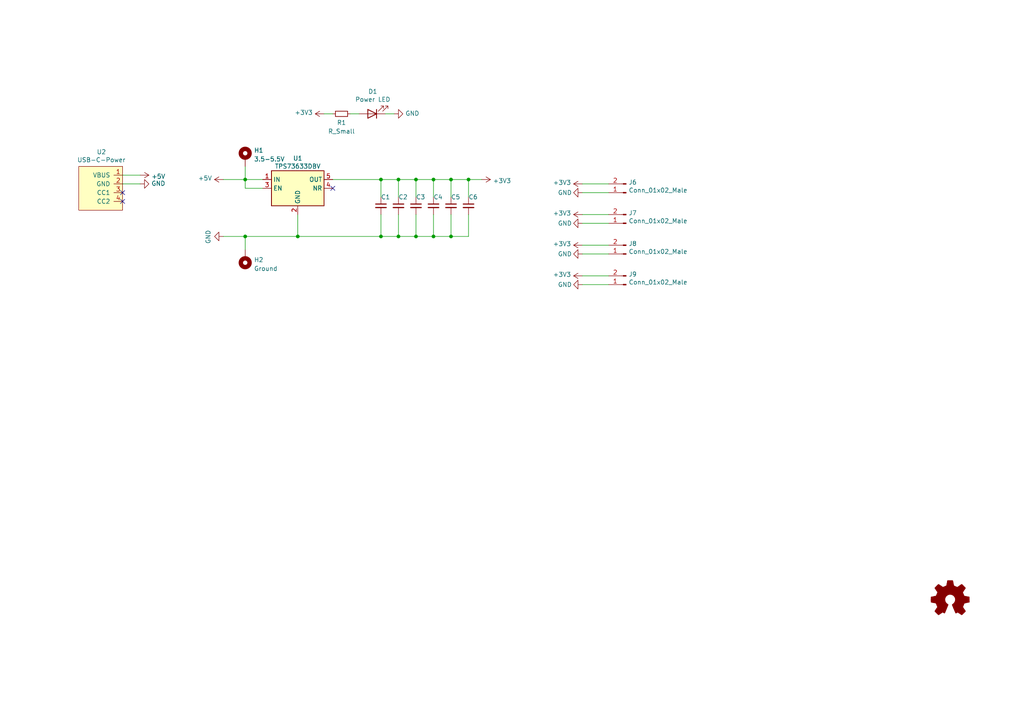
<source format=kicad_sch>
(kicad_sch (version 20211123) (generator eeschema)

  (uuid 2e642b3e-a476-4c54-9a52-dcea955640cd)

  (paper "A4")

  (title_block
    (title "PowerCB")
    (date "2022-03-26")
    (rev "03")
    (comment 1 "https://creativecommons.org/licenses/by/4.0/")
    (comment 2 "License: CC BY 4.0")
    (comment 4 "Author: Martin Weigel")
  )

  (lib_symbols
    (symbol "Connector:Conn_01x02_Male" (pin_names (offset 1.016) hide) (in_bom yes) (on_board yes)
      (property "Reference" "J" (id 0) (at 0 2.54 0)
        (effects (font (size 1.27 1.27)))
      )
      (property "Value" "Conn_01x02_Male" (id 1) (at 0 -5.08 0)
        (effects (font (size 1.27 1.27)))
      )
      (property "Footprint" "" (id 2) (at 0 0 0)
        (effects (font (size 1.27 1.27)) hide)
      )
      (property "Datasheet" "~" (id 3) (at 0 0 0)
        (effects (font (size 1.27 1.27)) hide)
      )
      (property "ki_keywords" "connector" (id 4) (at 0 0 0)
        (effects (font (size 1.27 1.27)) hide)
      )
      (property "ki_description" "Generic connector, single row, 01x02, script generated (kicad-library-utils/schlib/autogen/connector/)" (id 5) (at 0 0 0)
        (effects (font (size 1.27 1.27)) hide)
      )
      (property "ki_fp_filters" "Connector*:*_1x??_*" (id 6) (at 0 0 0)
        (effects (font (size 1.27 1.27)) hide)
      )
      (symbol "Conn_01x02_Male_1_1"
        (polyline
          (pts
            (xy 1.27 -2.54)
            (xy 0.8636 -2.54)
          )
          (stroke (width 0.1524) (type default) (color 0 0 0 0))
          (fill (type none))
        )
        (polyline
          (pts
            (xy 1.27 0)
            (xy 0.8636 0)
          )
          (stroke (width 0.1524) (type default) (color 0 0 0 0))
          (fill (type none))
        )
        (rectangle (start 0.8636 -2.413) (end 0 -2.667)
          (stroke (width 0.1524) (type default) (color 0 0 0 0))
          (fill (type outline))
        )
        (rectangle (start 0.8636 0.127) (end 0 -0.127)
          (stroke (width 0.1524) (type default) (color 0 0 0 0))
          (fill (type outline))
        )
        (pin passive line (at 5.08 0 180) (length 3.81)
          (name "Pin_1" (effects (font (size 1.27 1.27))))
          (number "1" (effects (font (size 1.27 1.27))))
        )
        (pin passive line (at 5.08 -2.54 180) (length 3.81)
          (name "Pin_2" (effects (font (size 1.27 1.27))))
          (number "2" (effects (font (size 1.27 1.27))))
        )
      )
    )
    (symbol "Device:C_Small" (pin_numbers hide) (pin_names (offset 0.254) hide) (in_bom yes) (on_board yes)
      (property "Reference" "C" (id 0) (at 0.254 1.778 0)
        (effects (font (size 1.27 1.27)) (justify left))
      )
      (property "Value" "C_Small" (id 1) (at 0.254 -2.032 0)
        (effects (font (size 1.27 1.27)) (justify left))
      )
      (property "Footprint" "" (id 2) (at 0 0 0)
        (effects (font (size 1.27 1.27)) hide)
      )
      (property "Datasheet" "~" (id 3) (at 0 0 0)
        (effects (font (size 1.27 1.27)) hide)
      )
      (property "ki_keywords" "capacitor cap" (id 4) (at 0 0 0)
        (effects (font (size 1.27 1.27)) hide)
      )
      (property "ki_description" "Unpolarized capacitor, small symbol" (id 5) (at 0 0 0)
        (effects (font (size 1.27 1.27)) hide)
      )
      (property "ki_fp_filters" "C_*" (id 6) (at 0 0 0)
        (effects (font (size 1.27 1.27)) hide)
      )
      (symbol "C_Small_0_1"
        (polyline
          (pts
            (xy -1.524 -0.508)
            (xy 1.524 -0.508)
          )
          (stroke (width 0.3302) (type default) (color 0 0 0 0))
          (fill (type none))
        )
        (polyline
          (pts
            (xy -1.524 0.508)
            (xy 1.524 0.508)
          )
          (stroke (width 0.3048) (type default) (color 0 0 0 0))
          (fill (type none))
        )
      )
      (symbol "C_Small_1_1"
        (pin passive line (at 0 2.54 270) (length 2.032)
          (name "~" (effects (font (size 1.27 1.27))))
          (number "1" (effects (font (size 1.27 1.27))))
        )
        (pin passive line (at 0 -2.54 90) (length 2.032)
          (name "~" (effects (font (size 1.27 1.27))))
          (number "2" (effects (font (size 1.27 1.27))))
        )
      )
    )
    (symbol "Device:LED" (pin_numbers hide) (pin_names (offset 1.016) hide) (in_bom yes) (on_board yes)
      (property "Reference" "D" (id 0) (at 0 2.54 0)
        (effects (font (size 1.27 1.27)))
      )
      (property "Value" "LED" (id 1) (at 0 -2.54 0)
        (effects (font (size 1.27 1.27)))
      )
      (property "Footprint" "" (id 2) (at 0 0 0)
        (effects (font (size 1.27 1.27)) hide)
      )
      (property "Datasheet" "~" (id 3) (at 0 0 0)
        (effects (font (size 1.27 1.27)) hide)
      )
      (property "ki_keywords" "LED diode" (id 4) (at 0 0 0)
        (effects (font (size 1.27 1.27)) hide)
      )
      (property "ki_description" "Light emitting diode" (id 5) (at 0 0 0)
        (effects (font (size 1.27 1.27)) hide)
      )
      (property "ki_fp_filters" "LED* LED_SMD:* LED_THT:*" (id 6) (at 0 0 0)
        (effects (font (size 1.27 1.27)) hide)
      )
      (symbol "LED_0_1"
        (polyline
          (pts
            (xy -1.27 -1.27)
            (xy -1.27 1.27)
          )
          (stroke (width 0.254) (type default) (color 0 0 0 0))
          (fill (type none))
        )
        (polyline
          (pts
            (xy -1.27 0)
            (xy 1.27 0)
          )
          (stroke (width 0) (type default) (color 0 0 0 0))
          (fill (type none))
        )
        (polyline
          (pts
            (xy 1.27 -1.27)
            (xy 1.27 1.27)
            (xy -1.27 0)
            (xy 1.27 -1.27)
          )
          (stroke (width 0.254) (type default) (color 0 0 0 0))
          (fill (type none))
        )
        (polyline
          (pts
            (xy -3.048 -0.762)
            (xy -4.572 -2.286)
            (xy -3.81 -2.286)
            (xy -4.572 -2.286)
            (xy -4.572 -1.524)
          )
          (stroke (width 0) (type default) (color 0 0 0 0))
          (fill (type none))
        )
        (polyline
          (pts
            (xy -1.778 -0.762)
            (xy -3.302 -2.286)
            (xy -2.54 -2.286)
            (xy -3.302 -2.286)
            (xy -3.302 -1.524)
          )
          (stroke (width 0) (type default) (color 0 0 0 0))
          (fill (type none))
        )
      )
      (symbol "LED_1_1"
        (pin passive line (at -3.81 0 0) (length 2.54)
          (name "K" (effects (font (size 1.27 1.27))))
          (number "1" (effects (font (size 1.27 1.27))))
        )
        (pin passive line (at 3.81 0 180) (length 2.54)
          (name "A" (effects (font (size 1.27 1.27))))
          (number "2" (effects (font (size 1.27 1.27))))
        )
      )
    )
    (symbol "Device:R_Small" (pin_numbers hide) (pin_names (offset 0.254) hide) (in_bom yes) (on_board yes)
      (property "Reference" "R" (id 0) (at 0.762 0.508 0)
        (effects (font (size 1.27 1.27)) (justify left))
      )
      (property "Value" "R_Small" (id 1) (at 0.762 -1.016 0)
        (effects (font (size 1.27 1.27)) (justify left))
      )
      (property "Footprint" "" (id 2) (at 0 0 0)
        (effects (font (size 1.27 1.27)) hide)
      )
      (property "Datasheet" "~" (id 3) (at 0 0 0)
        (effects (font (size 1.27 1.27)) hide)
      )
      (property "ki_keywords" "R resistor" (id 4) (at 0 0 0)
        (effects (font (size 1.27 1.27)) hide)
      )
      (property "ki_description" "Resistor, small symbol" (id 5) (at 0 0 0)
        (effects (font (size 1.27 1.27)) hide)
      )
      (property "ki_fp_filters" "R_*" (id 6) (at 0 0 0)
        (effects (font (size 1.27 1.27)) hide)
      )
      (symbol "R_Small_0_1"
        (rectangle (start -0.762 1.778) (end 0.762 -1.778)
          (stroke (width 0.2032) (type default) (color 0 0 0 0))
          (fill (type none))
        )
      )
      (symbol "R_Small_1_1"
        (pin passive line (at 0 2.54 270) (length 0.762)
          (name "~" (effects (font (size 1.27 1.27))))
          (number "1" (effects (font (size 1.27 1.27))))
        )
        (pin passive line (at 0 -2.54 90) (length 0.762)
          (name "~" (effects (font (size 1.27 1.27))))
          (number "2" (effects (font (size 1.27 1.27))))
        )
      )
    )
    (symbol "Graphic:Logo_Open_Hardware_Small" (pin_names (offset 1.016)) (in_bom yes) (on_board yes)
      (property "Reference" "#LOGO" (id 0) (at 0 6.985 0)
        (effects (font (size 1.27 1.27)) hide)
      )
      (property "Value" "Logo_Open_Hardware_Small" (id 1) (at 0 -5.715 0)
        (effects (font (size 1.27 1.27)) hide)
      )
      (property "Footprint" "" (id 2) (at 0 0 0)
        (effects (font (size 1.27 1.27)) hide)
      )
      (property "Datasheet" "~" (id 3) (at 0 0 0)
        (effects (font (size 1.27 1.27)) hide)
      )
      (property "ki_keywords" "Logo" (id 4) (at 0 0 0)
        (effects (font (size 1.27 1.27)) hide)
      )
      (property "ki_description" "Open Hardware logo, small" (id 5) (at 0 0 0)
        (effects (font (size 1.27 1.27)) hide)
      )
      (symbol "Logo_Open_Hardware_Small_0_1"
        (polyline
          (pts
            (xy 3.3528 -4.3434)
            (xy 3.302 -4.318)
            (xy 3.175 -4.2418)
            (xy 2.9972 -4.1148)
            (xy 2.7686 -3.9624)
            (xy 2.54 -3.81)
            (xy 2.3622 -3.7084)
            (xy 2.2352 -3.6068)
            (xy 2.1844 -3.5814)
            (xy 2.159 -3.6068)
            (xy 2.0574 -3.6576)
            (xy 1.905 -3.7338)
            (xy 1.8034 -3.7846)
            (xy 1.6764 -3.8354)
            (xy 1.6002 -3.8354)
            (xy 1.6002 -3.8354)
            (xy 1.5494 -3.7338)
            (xy 1.4732 -3.5306)
            (xy 1.3462 -3.302)
            (xy 1.2446 -3.0226)
            (xy 1.1176 -2.7178)
            (xy 0.9652 -2.413)
            (xy 0.8636 -2.1082)
            (xy 0.7366 -1.8288)
            (xy 0.6604 -1.6256)
            (xy 0.6096 -1.4732)
            (xy 0.5842 -1.397)
            (xy 0.5842 -1.397)
            (xy 0.6604 -1.3208)
            (xy 0.7874 -1.2446)
            (xy 1.0414 -1.016)
            (xy 1.2954 -0.6858)
            (xy 1.4478 -0.3302)
            (xy 1.524 0.0762)
            (xy 1.4732 0.4572)
            (xy 1.3208 0.8128)
            (xy 1.0668 1.143)
            (xy 0.762 1.3716)
            (xy 0.4064 1.524)
            (xy 0 1.5748)
            (xy -0.381 1.5494)
            (xy -0.7366 1.397)
            (xy -1.0668 1.143)
            (xy -1.2192 0.9906)
            (xy -1.397 0.6604)
            (xy -1.524 0.3048)
            (xy -1.524 0.2286)
            (xy -1.4986 -0.1778)
            (xy -1.397 -0.5334)
            (xy -1.1938 -0.8636)
            (xy -0.9144 -1.143)
            (xy -0.8636 -1.1684)
            (xy -0.7366 -1.27)
            (xy -0.635 -1.3462)
            (xy -0.5842 -1.397)
            (xy -1.0668 -2.5908)
            (xy -1.143 -2.794)
            (xy -1.2954 -3.1242)
            (xy -1.397 -3.4036)
            (xy -1.4986 -3.6322)
            (xy -1.5748 -3.7846)
            (xy -1.6002 -3.8354)
            (xy -1.6002 -3.8354)
            (xy -1.651 -3.8354)
            (xy -1.7272 -3.81)
            (xy -1.905 -3.7338)
            (xy -2.0066 -3.683)
            (xy -2.1336 -3.6068)
            (xy -2.2098 -3.5814)
            (xy -2.2606 -3.6068)
            (xy -2.3622 -3.683)
            (xy -2.54 -3.81)
            (xy -2.7686 -3.9624)
            (xy -2.9718 -4.0894)
            (xy -3.1496 -4.2164)
            (xy -3.302 -4.318)
            (xy -3.3528 -4.3434)
            (xy -3.3782 -4.3434)
            (xy -3.429 -4.318)
            (xy -3.5306 -4.2164)
            (xy -3.7084 -4.064)
            (xy -3.937 -3.8354)
            (xy -3.9624 -3.81)
            (xy -4.1656 -3.6068)
            (xy -4.318 -3.4544)
            (xy -4.4196 -3.3274)
            (xy -4.445 -3.2766)
            (xy -4.445 -3.2766)
            (xy -4.4196 -3.2258)
            (xy -4.318 -3.0734)
            (xy -4.2164 -2.8956)
            (xy -4.064 -2.667)
            (xy -3.6576 -2.0828)
            (xy -3.8862 -1.5494)
            (xy -3.937 -1.3716)
            (xy -4.0386 -1.1684)
            (xy -4.0894 -1.0414)
            (xy -4.1148 -0.9652)
            (xy -4.191 -0.9398)
            (xy -4.318 -0.9144)
            (xy -4.5466 -0.8636)
            (xy -4.8006 -0.8128)
            (xy -5.0546 -0.7874)
            (xy -5.2578 -0.7366)
            (xy -5.4356 -0.7112)
            (xy -5.5118 -0.6858)
            (xy -5.5118 -0.6858)
            (xy -5.5372 -0.635)
            (xy -5.5372 -0.5588)
            (xy -5.5372 -0.4318)
            (xy -5.5626 -0.2286)
            (xy -5.5626 0.0762)
            (xy -5.5626 0.127)
            (xy -5.5372 0.4064)
            (xy -5.5372 0.635)
            (xy -5.5372 0.762)
            (xy -5.5372 0.8382)
            (xy -5.5372 0.8382)
            (xy -5.461 0.8382)
            (xy -5.3086 0.889)
            (xy -5.08 0.9144)
            (xy -4.826 0.9652)
            (xy -4.8006 0.9906)
            (xy -4.5466 1.0414)
            (xy -4.318 1.0668)
            (xy -4.1656 1.1176)
            (xy -4.0894 1.143)
            (xy -4.0894 1.143)
            (xy -4.0386 1.2446)
            (xy -3.9624 1.4224)
            (xy -3.8608 1.6256)
            (xy -3.7846 1.8288)
            (xy -3.7084 2.0066)
            (xy -3.6576 2.159)
            (xy -3.6322 2.2098)
            (xy -3.6322 2.2098)
            (xy -3.683 2.286)
            (xy -3.7592 2.413)
            (xy -3.8862 2.5908)
            (xy -4.064 2.8194)
            (xy -4.064 2.8448)
            (xy -4.2164 3.0734)
            (xy -4.3434 3.2512)
            (xy -4.4196 3.3782)
            (xy -4.445 3.4544)
            (xy -4.445 3.4544)
            (xy -4.3942 3.5052)
            (xy -4.2926 3.6322)
            (xy -4.1148 3.81)
            (xy -3.937 4.0132)
            (xy -3.8608 4.064)
            (xy -3.6576 4.2926)
            (xy -3.5052 4.4196)
            (xy -3.4036 4.4958)
            (xy -3.3528 4.5212)
            (xy -3.3528 4.5212)
            (xy -3.302 4.4704)
            (xy -3.1496 4.3688)
            (xy -2.9718 4.2418)
            (xy -2.7432 4.0894)
            (xy -2.7178 4.0894)
            (xy -2.4892 3.937)
            (xy -2.3114 3.81)
            (xy -2.1844 3.7084)
            (xy -2.1336 3.683)
            (xy -2.1082 3.683)
            (xy -2.032 3.7084)
            (xy -1.8542 3.7592)
            (xy -1.6764 3.8354)
            (xy -1.4732 3.937)
            (xy -1.27 4.0132)
            (xy -1.143 4.064)
            (xy -1.0668 4.1148)
            (xy -1.0668 4.1148)
            (xy -1.0414 4.191)
            (xy -1.016 4.3434)
            (xy -0.9652 4.572)
            (xy -0.9144 4.8514)
            (xy -0.889 4.9022)
            (xy -0.8382 5.1562)
            (xy -0.8128 5.3848)
            (xy -0.7874 5.5372)
            (xy -0.762 5.588)
            (xy -0.7112 5.6134)
            (xy -0.5842 5.6134)
            (xy -0.4064 5.6134)
            (xy -0.1524 5.6134)
            (xy 0.0762 5.6134)
            (xy 0.3302 5.6134)
            (xy 0.5334 5.6134)
            (xy 0.6858 5.588)
            (xy 0.7366 5.588)
            (xy 0.7366 5.588)
            (xy 0.762 5.5118)
            (xy 0.8128 5.334)
            (xy 0.8382 5.1054)
            (xy 0.9144 4.826)
            (xy 0.9144 4.7752)
            (xy 0.9652 4.5212)
            (xy 1.016 4.2926)
            (xy 1.0414 4.1402)
            (xy 1.0668 4.0894)
            (xy 1.0668 4.0894)
            (xy 1.1938 4.0386)
            (xy 1.3716 3.9624)
            (xy 1.5748 3.8608)
            (xy 2.0828 3.6576)
            (xy 2.7178 4.0894)
            (xy 2.7686 4.1402)
            (xy 2.9972 4.2926)
            (xy 3.175 4.4196)
            (xy 3.302 4.4958)
            (xy 3.3782 4.5212)
            (xy 3.3782 4.5212)
            (xy 3.429 4.4704)
            (xy 3.556 4.3434)
            (xy 3.7338 4.191)
            (xy 3.9116 3.9878)
            (xy 4.064 3.8354)
            (xy 4.2418 3.6576)
            (xy 4.3434 3.556)
            (xy 4.4196 3.4798)
            (xy 4.4196 3.429)
            (xy 4.4196 3.4036)
            (xy 4.3942 3.3274)
            (xy 4.2926 3.2004)
            (xy 4.1656 2.9972)
            (xy 4.0132 2.794)
            (xy 3.8862 2.5908)
            (xy 3.7592 2.3876)
            (xy 3.6576 2.2352)
            (xy 3.6322 2.159)
            (xy 3.6322 2.1336)
            (xy 3.683 2.0066)
            (xy 3.7592 1.8288)
            (xy 3.8608 1.6002)
            (xy 4.064 1.1176)
            (xy 4.3942 1.0414)
            (xy 4.5974 1.016)
            (xy 4.8768 0.9652)
            (xy 5.1308 0.9144)
            (xy 5.5372 0.8382)
            (xy 5.5626 -0.6604)
            (xy 5.4864 -0.6858)
            (xy 5.4356 -0.6858)
            (xy 5.2832 -0.7366)
            (xy 5.0546 -0.762)
            (xy 4.8006 -0.8128)
            (xy 4.5974 -0.8636)
            (xy 4.3688 -0.9144)
            (xy 4.2164 -0.9398)
            (xy 4.1402 -0.9398)
            (xy 4.1148 -0.9652)
            (xy 4.064 -1.0668)
            (xy 3.9878 -1.2446)
            (xy 3.9116 -1.4478)
            (xy 3.81 -1.651)
            (xy 3.7338 -1.8542)
            (xy 3.683 -2.0066)
            (xy 3.6576 -2.0828)
            (xy 3.683 -2.1336)
            (xy 3.7846 -2.2606)
            (xy 3.8862 -2.4638)
            (xy 4.0386 -2.667)
            (xy 4.191 -2.8956)
            (xy 4.318 -3.0734)
            (xy 4.3942 -3.2004)
            (xy 4.445 -3.2766)
            (xy 4.4196 -3.3274)
            (xy 4.3434 -3.429)
            (xy 4.1656 -3.5814)
            (xy 3.937 -3.8354)
            (xy 3.8862 -3.8608)
            (xy 3.683 -4.064)
            (xy 3.5306 -4.2164)
            (xy 3.4036 -4.318)
            (xy 3.3528 -4.3434)
          )
          (stroke (width 0) (type default) (color 0 0 0 0))
          (fill (type outline))
        )
      )
    )
    (symbol "Mechanical:MountingHole_Pad" (pin_numbers hide) (pin_names (offset 1.016) hide) (in_bom yes) (on_board yes)
      (property "Reference" "H" (id 0) (at 0 6.35 0)
        (effects (font (size 1.27 1.27)))
      )
      (property "Value" "MountingHole_Pad" (id 1) (at 0 4.445 0)
        (effects (font (size 1.27 1.27)))
      )
      (property "Footprint" "" (id 2) (at 0 0 0)
        (effects (font (size 1.27 1.27)) hide)
      )
      (property "Datasheet" "~" (id 3) (at 0 0 0)
        (effects (font (size 1.27 1.27)) hide)
      )
      (property "ki_keywords" "mounting hole" (id 4) (at 0 0 0)
        (effects (font (size 1.27 1.27)) hide)
      )
      (property "ki_description" "Mounting Hole with connection" (id 5) (at 0 0 0)
        (effects (font (size 1.27 1.27)) hide)
      )
      (property "ki_fp_filters" "MountingHole*Pad*" (id 6) (at 0 0 0)
        (effects (font (size 1.27 1.27)) hide)
      )
      (symbol "MountingHole_Pad_0_1"
        (circle (center 0 1.27) (radius 1.27)
          (stroke (width 1.27) (type default) (color 0 0 0 0))
          (fill (type none))
        )
      )
      (symbol "MountingHole_Pad_1_1"
        (pin input line (at 0 -2.54 90) (length 2.54)
          (name "1" (effects (font (size 1.27 1.27))))
          (number "1" (effects (font (size 1.27 1.27))))
        )
      )
    )
    (symbol "PowerCB:USB-C-Power" (pin_names (offset 1.016)) (in_bom yes) (on_board yes)
      (property "Reference" "U" (id 0) (at 0 -7.62 0)
        (effects (font (size 1.27 1.27)))
      )
      (property "Value" "USB-C-Power" (id 1) (at 0 7.62 0)
        (effects (font (size 1.27 1.27)))
      )
      (property "Footprint" "" (id 2) (at -1.27 7.62 0)
        (effects (font (size 1.27 1.27)) hide)
      )
      (property "Datasheet" "" (id 3) (at -1.27 7.62 0)
        (effects (font (size 1.27 1.27)) hide)
      )
      (symbol "USB-C-Power_0_1"
        (rectangle (start 6.35 6.35) (end -6.35 -6.35)
          (stroke (width 0) (type default) (color 0 0 0 0))
          (fill (type background))
        )
      )
      (symbol "USB-C-Power_1_1"
        (pin power_out line (at 6.35 3.81 180) (length 2.54)
          (name "VBUS" (effects (font (size 1.27 1.27))))
          (number "1" (effects (font (size 1.27 1.27))))
        )
        (pin power_out line (at 6.35 1.27 180) (length 2.54)
          (name "GND" (effects (font (size 1.27 1.27))))
          (number "2" (effects (font (size 1.27 1.27))))
        )
        (pin bidirectional line (at 6.35 -1.27 180) (length 2.54)
          (name "CC1" (effects (font (size 1.27 1.27))))
          (number "3" (effects (font (size 1.27 1.27))))
        )
        (pin bidirectional line (at 6.35 -3.81 180) (length 2.54)
          (name "CC2" (effects (font (size 1.27 1.27))))
          (number "4" (effects (font (size 1.27 1.27))))
        )
      )
    )
    (symbol "Regulator_Linear:TPS73633DBV" (in_bom yes) (on_board yes)
      (property "Reference" "U" (id 0) (at -6.35 6.35 0)
        (effects (font (size 1.27 1.27)))
      )
      (property "Value" "TPS73633DBV" (id 1) (at 1.27 6.35 0)
        (effects (font (size 1.27 1.27)) (justify left))
      )
      (property "Footprint" "Package_TO_SOT_SMD:SOT-23-5" (id 2) (at 0 8.255 0)
        (effects (font (size 1.27 1.27) italic) hide)
      )
      (property "Datasheet" "http://www.ti.com/lit/ds/symlink/tps736.pdf" (id 3) (at 0 -1.27 0)
        (effects (font (size 1.27 1.27)) hide)
      )
      (property "ki_keywords" "Cap free Fixed LDO 400mA" (id 4) (at 0 0 0)
        (effects (font (size 1.27 1.27)) hide)
      )
      (property "ki_description" "Cap free NMOS 400mA Low Drop 3.3V Regulator, SOT-23-5" (id 5) (at 0 0 0)
        (effects (font (size 1.27 1.27)) hide)
      )
      (property "ki_fp_filters" "SOT?23*" (id 6) (at 0 0 0)
        (effects (font (size 1.27 1.27)) hide)
      )
      (symbol "TPS73633DBV_0_1"
        (rectangle (start -7.62 -5.08) (end 7.62 5.08)
          (stroke (width 0.254) (type default) (color 0 0 0 0))
          (fill (type background))
        )
      )
      (symbol "TPS73633DBV_1_1"
        (pin power_in line (at -10.16 2.54 0) (length 2.54)
          (name "IN" (effects (font (size 1.27 1.27))))
          (number "1" (effects (font (size 1.27 1.27))))
        )
        (pin power_in line (at 0 -7.62 90) (length 2.54)
          (name "GND" (effects (font (size 1.27 1.27))))
          (number "2" (effects (font (size 1.27 1.27))))
        )
        (pin input line (at -10.16 0 0) (length 2.54)
          (name "EN" (effects (font (size 1.27 1.27))))
          (number "3" (effects (font (size 1.27 1.27))))
        )
        (pin passive line (at 10.16 0 180) (length 2.54)
          (name "NR" (effects (font (size 1.27 1.27))))
          (number "4" (effects (font (size 1.27 1.27))))
        )
        (pin power_out line (at 10.16 2.54 180) (length 2.54)
          (name "OUT" (effects (font (size 1.27 1.27))))
          (number "5" (effects (font (size 1.27 1.27))))
        )
      )
    )
    (symbol "power:+3.3V" (power) (pin_names (offset 0)) (in_bom yes) (on_board yes)
      (property "Reference" "#PWR" (id 0) (at 0 -3.81 0)
        (effects (font (size 1.27 1.27)) hide)
      )
      (property "Value" "+3.3V" (id 1) (at 0 3.556 0)
        (effects (font (size 1.27 1.27)))
      )
      (property "Footprint" "" (id 2) (at 0 0 0)
        (effects (font (size 1.27 1.27)) hide)
      )
      (property "Datasheet" "" (id 3) (at 0 0 0)
        (effects (font (size 1.27 1.27)) hide)
      )
      (property "ki_keywords" "power-flag" (id 4) (at 0 0 0)
        (effects (font (size 1.27 1.27)) hide)
      )
      (property "ki_description" "Power symbol creates a global label with name \"+3.3V\"" (id 5) (at 0 0 0)
        (effects (font (size 1.27 1.27)) hide)
      )
      (symbol "+3.3V_0_1"
        (polyline
          (pts
            (xy -0.762 1.27)
            (xy 0 2.54)
          )
          (stroke (width 0) (type default) (color 0 0 0 0))
          (fill (type none))
        )
        (polyline
          (pts
            (xy 0 0)
            (xy 0 2.54)
          )
          (stroke (width 0) (type default) (color 0 0 0 0))
          (fill (type none))
        )
        (polyline
          (pts
            (xy 0 2.54)
            (xy 0.762 1.27)
          )
          (stroke (width 0) (type default) (color 0 0 0 0))
          (fill (type none))
        )
      )
      (symbol "+3.3V_1_1"
        (pin power_in line (at 0 0 90) (length 0) hide
          (name "+3V3" (effects (font (size 1.27 1.27))))
          (number "1" (effects (font (size 1.27 1.27))))
        )
      )
    )
    (symbol "power:+5V" (power) (pin_names (offset 0)) (in_bom yes) (on_board yes)
      (property "Reference" "#PWR" (id 0) (at 0 -3.81 0)
        (effects (font (size 1.27 1.27)) hide)
      )
      (property "Value" "+5V" (id 1) (at 0 3.556 0)
        (effects (font (size 1.27 1.27)))
      )
      (property "Footprint" "" (id 2) (at 0 0 0)
        (effects (font (size 1.27 1.27)) hide)
      )
      (property "Datasheet" "" (id 3) (at 0 0 0)
        (effects (font (size 1.27 1.27)) hide)
      )
      (property "ki_keywords" "power-flag" (id 4) (at 0 0 0)
        (effects (font (size 1.27 1.27)) hide)
      )
      (property "ki_description" "Power symbol creates a global label with name \"+5V\"" (id 5) (at 0 0 0)
        (effects (font (size 1.27 1.27)) hide)
      )
      (symbol "+5V_0_1"
        (polyline
          (pts
            (xy -0.762 1.27)
            (xy 0 2.54)
          )
          (stroke (width 0) (type default) (color 0 0 0 0))
          (fill (type none))
        )
        (polyline
          (pts
            (xy 0 0)
            (xy 0 2.54)
          )
          (stroke (width 0) (type default) (color 0 0 0 0))
          (fill (type none))
        )
        (polyline
          (pts
            (xy 0 2.54)
            (xy 0.762 1.27)
          )
          (stroke (width 0) (type default) (color 0 0 0 0))
          (fill (type none))
        )
      )
      (symbol "+5V_1_1"
        (pin power_in line (at 0 0 90) (length 0) hide
          (name "+5V" (effects (font (size 1.27 1.27))))
          (number "1" (effects (font (size 1.27 1.27))))
        )
      )
    )
    (symbol "power:GND" (power) (pin_names (offset 0)) (in_bom yes) (on_board yes)
      (property "Reference" "#PWR" (id 0) (at 0 -6.35 0)
        (effects (font (size 1.27 1.27)) hide)
      )
      (property "Value" "GND" (id 1) (at 0 -3.81 0)
        (effects (font (size 1.27 1.27)))
      )
      (property "Footprint" "" (id 2) (at 0 0 0)
        (effects (font (size 1.27 1.27)) hide)
      )
      (property "Datasheet" "" (id 3) (at 0 0 0)
        (effects (font (size 1.27 1.27)) hide)
      )
      (property "ki_keywords" "power-flag" (id 4) (at 0 0 0)
        (effects (font (size 1.27 1.27)) hide)
      )
      (property "ki_description" "Power symbol creates a global label with name \"GND\" , ground" (id 5) (at 0 0 0)
        (effects (font (size 1.27 1.27)) hide)
      )
      (symbol "GND_0_1"
        (polyline
          (pts
            (xy 0 0)
            (xy 0 -1.27)
            (xy 1.27 -1.27)
            (xy 0 -2.54)
            (xy -1.27 -1.27)
            (xy 0 -1.27)
          )
          (stroke (width 0) (type default) (color 0 0 0 0))
          (fill (type none))
        )
      )
      (symbol "GND_1_1"
        (pin power_in line (at 0 0 270) (length 0) hide
          (name "GND" (effects (font (size 1.27 1.27))))
          (number "1" (effects (font (size 1.27 1.27))))
        )
      )
    )
  )

  (junction (at 125.73 52.07) (diameter 0) (color 0 0 0 0)
    (uuid 0351df45-d042-41d4-ba35-88092c7be2fc)
  )
  (junction (at 86.36 68.58) (diameter 0) (color 0 0 0 0)
    (uuid 1d9cdadc-9036-4a95-b6db-fa7b3b74c869)
  )
  (junction (at 125.73 68.58) (diameter 0) (color 0 0 0 0)
    (uuid 240e5dac-6242-47a5-bbef-f76d11c715c0)
  )
  (junction (at 120.65 52.07) (diameter 0) (color 0 0 0 0)
    (uuid 2dc272bd-3aa2-45b5-889d-1d3c8aac80f8)
  )
  (junction (at 130.81 52.07) (diameter 0) (color 0 0 0 0)
    (uuid 37e8181c-a81e-498b-b2e2-0aef0c391059)
  )
  (junction (at 120.65 68.58) (diameter 0) (color 0 0 0 0)
    (uuid 5bcace5d-edd0-4e19-92d0-835e43cf8eb2)
  )
  (junction (at 110.49 68.58) (diameter 0) (color 0 0 0 0)
    (uuid 965308c8-e014-459a-b9db-b8493a601c62)
  )
  (junction (at 110.49 52.07) (diameter 0) (color 0 0 0 0)
    (uuid abe07c9a-17c3-43b5-b7a6-ae867ac27ea7)
  )
  (junction (at 115.57 52.07) (diameter 0) (color 0 0 0 0)
    (uuid b7199d9b-bebb-4100-9ad3-c2bd31e21d65)
  )
  (junction (at 71.12 52.07) (diameter 0) (color 0 0 0 0)
    (uuid c41b3c8b-634e-435a-b582-96b83bbd4032)
  )
  (junction (at 71.12 68.58) (diameter 0) (color 0 0 0 0)
    (uuid c41cfc13-04ae-4342-8b87-ce6b5870e0dc)
  )
  (junction (at 115.57 68.58) (diameter 0) (color 0 0 0 0)
    (uuid db36f6e3-e72a-487f-bda9-88cc84536f62)
  )
  (junction (at 130.81 68.58) (diameter 0) (color 0 0 0 0)
    (uuid e472dac4-5b65-4920-b8b2-6065d140a69d)
  )
  (junction (at 135.89 52.07) (diameter 0) (color 0 0 0 0)
    (uuid f40d350f-0d3e-4f8a-b004-d950f2f8f1ba)
  )

  (no_connect (at 35.56 58.42) (uuid 67763d19-f622-4e1e-81e5-5b24da7c3f99))
  (no_connect (at 96.52 54.61) (uuid 704d6d51-bb34-4cbf-83d8-841e208048d8))
  (no_connect (at 35.56 55.88) (uuid dde51ae5-b215-445e-92bb-4a12ec410531))

  (wire (pts (xy 110.49 52.07) (xy 115.57 52.07))
    (stroke (width 0) (type default) (color 0 0 0 0))
    (uuid 0c3dceba-7c95-4b3d-b590-0eb581444beb)
  )
  (wire (pts (xy 64.77 68.58) (xy 71.12 68.58))
    (stroke (width 0) (type default) (color 0 0 0 0))
    (uuid 0e1ed1c5-7428-4dc7-b76e-49b2d5f8177d)
  )
  (wire (pts (xy 64.77 52.07) (xy 71.12 52.07))
    (stroke (width 0) (type default) (color 0 0 0 0))
    (uuid 0eaa98f0-9565-4637-ace3-42a5231b07f7)
  )
  (wire (pts (xy 86.36 68.58) (xy 110.49 68.58))
    (stroke (width 0) (type default) (color 0 0 0 0))
    (uuid 14c51520-6d91-4098-a59a-5121f2a898f7)
  )
  (wire (pts (xy 115.57 62.23) (xy 115.57 68.58))
    (stroke (width 0) (type default) (color 0 0 0 0))
    (uuid 16a9ae8c-3ad2-439b-8efe-377c994670c7)
  )
  (wire (pts (xy 71.12 52.07) (xy 71.12 54.61))
    (stroke (width 0) (type default) (color 0 0 0 0))
    (uuid 181abe7a-f941-42b6-bd46-aaa3131f90fb)
  )
  (wire (pts (xy 120.65 52.07) (xy 125.73 52.07))
    (stroke (width 0) (type default) (color 0 0 0 0))
    (uuid 182b2d54-931d-49d6-9f39-60a752623e36)
  )
  (wire (pts (xy 86.36 62.23) (xy 86.36 68.58))
    (stroke (width 0) (type default) (color 0 0 0 0))
    (uuid 1bf544e3-5940-4576-9291-2464e95c0ee2)
  )
  (wire (pts (xy 120.65 52.07) (xy 120.65 57.15))
    (stroke (width 0) (type default) (color 0 0 0 0))
    (uuid 24f7628d-681d-4f0e-8409-40a129e929d9)
  )
  (wire (pts (xy 71.12 68.58) (xy 71.12 72.39))
    (stroke (width 0) (type default) (color 0 0 0 0))
    (uuid 35a6e381-fbad-4565-a847-476034f20a28)
  )
  (wire (pts (xy 40.64 50.8) (xy 35.56 50.8))
    (stroke (width 0) (type default) (color 0 0 0 0))
    (uuid 3a52f112-cb97-43db-aaeb-20afe27664d7)
  )
  (wire (pts (xy 120.65 68.58) (xy 120.65 62.23))
    (stroke (width 0) (type default) (color 0 0 0 0))
    (uuid 3a7648d8-121a-4921-9b92-9b35b76ce39b)
  )
  (wire (pts (xy 110.49 52.07) (xy 110.49 57.15))
    (stroke (width 0) (type default) (color 0 0 0 0))
    (uuid 3e903008-0276-4a73-8edb-5d9dfde6297c)
  )
  (wire (pts (xy 35.56 53.34) (xy 40.64 53.34))
    (stroke (width 0) (type default) (color 0 0 0 0))
    (uuid 41acfe41-fac7-432a-a7a3-946566e2d504)
  )
  (wire (pts (xy 71.12 48.26) (xy 71.12 52.07))
    (stroke (width 0) (type default) (color 0 0 0 0))
    (uuid 4f66b314-0f62-4fb6-8c3c-f9c6a75cd3ec)
  )
  (wire (pts (xy 125.73 52.07) (xy 125.73 57.15))
    (stroke (width 0) (type default) (color 0 0 0 0))
    (uuid 5114c7bf-b955-49f3-a0a8-4b954c81bde0)
  )
  (wire (pts (xy 115.57 57.15) (xy 115.57 52.07))
    (stroke (width 0) (type default) (color 0 0 0 0))
    (uuid 6595b9c7-02ee-4647-bde5-6b566e35163e)
  )
  (wire (pts (xy 101.6 33.02) (xy 104.14 33.02))
    (stroke (width 0) (type default) (color 0 0 0 0))
    (uuid 666713b0-70f4-42df-8761-f65bc212d03b)
  )
  (wire (pts (xy 135.89 62.23) (xy 135.89 68.58))
    (stroke (width 0) (type default) (color 0 0 0 0))
    (uuid 676efd2f-1c48-4786-9e4b-2444f1e8f6ff)
  )
  (wire (pts (xy 176.53 55.88) (xy 168.91 55.88))
    (stroke (width 0) (type default) (color 0 0 0 0))
    (uuid 68877d35-b796-44db-9124-b8e744e7412e)
  )
  (wire (pts (xy 110.49 68.58) (xy 110.49 62.23))
    (stroke (width 0) (type default) (color 0 0 0 0))
    (uuid 6bfe5804-2ef9-4c65-b2a7-f01e4014370a)
  )
  (wire (pts (xy 125.73 62.23) (xy 125.73 68.58))
    (stroke (width 0) (type default) (color 0 0 0 0))
    (uuid 6c2d26bc-6eca-436c-8025-79f817bf57d6)
  )
  (wire (pts (xy 93.98 33.02) (xy 96.52 33.02))
    (stroke (width 0) (type default) (color 0 0 0 0))
    (uuid 6c2e273e-743c-4f1e-a647-4171f8122550)
  )
  (wire (pts (xy 176.53 73.66) (xy 168.91 73.66))
    (stroke (width 0) (type default) (color 0 0 0 0))
    (uuid 6d26d68f-1ca7-4ff3-b058-272f1c399047)
  )
  (wire (pts (xy 130.81 52.07) (xy 130.81 57.15))
    (stroke (width 0) (type default) (color 0 0 0 0))
    (uuid 6ec113ca-7d27-4b14-a180-1e5e2fd1c167)
  )
  (wire (pts (xy 176.53 82.55) (xy 168.91 82.55))
    (stroke (width 0) (type default) (color 0 0 0 0))
    (uuid 70e15522-1572-4451-9c0d-6d36ac70d8c6)
  )
  (wire (pts (xy 115.57 52.07) (xy 120.65 52.07))
    (stroke (width 0) (type default) (color 0 0 0 0))
    (uuid 770ad51a-7219-4633-b24a-bd20feb0a6c5)
  )
  (wire (pts (xy 125.73 68.58) (xy 130.81 68.58))
    (stroke (width 0) (type default) (color 0 0 0 0))
    (uuid 7cee474b-af8f-4832-b07a-c43c1ab0b464)
  )
  (wire (pts (xy 135.89 68.58) (xy 130.81 68.58))
    (stroke (width 0) (type default) (color 0 0 0 0))
    (uuid 8d9a3ecc-539f-41da-8099-d37cea9c28e7)
  )
  (wire (pts (xy 168.91 71.12) (xy 176.53 71.12))
    (stroke (width 0) (type default) (color 0 0 0 0))
    (uuid 911bdcbe-493f-4e21-a506-7cbc636e2c17)
  )
  (wire (pts (xy 71.12 52.07) (xy 76.2 52.07))
    (stroke (width 0) (type default) (color 0 0 0 0))
    (uuid 9340c285-5767-42d5-8b6d-63fe2a40ddf3)
  )
  (wire (pts (xy 125.73 52.07) (xy 130.81 52.07))
    (stroke (width 0) (type default) (color 0 0 0 0))
    (uuid 9cb12cc8-7f1a-4a01-9256-c119f11a8a02)
  )
  (wire (pts (xy 176.53 64.77) (xy 168.91 64.77))
    (stroke (width 0) (type default) (color 0 0 0 0))
    (uuid 9f8381e9-3077-4453-a480-a01ad9c1a940)
  )
  (wire (pts (xy 135.89 52.07) (xy 139.7 52.07))
    (stroke (width 0) (type default) (color 0 0 0 0))
    (uuid aa2ea573-3f20-43c1-aa99-1f9c6031a9aa)
  )
  (wire (pts (xy 110.49 68.58) (xy 115.57 68.58))
    (stroke (width 0) (type default) (color 0 0 0 0))
    (uuid b1c649b1-f44d-46c7-9dea-818e75a1b87e)
  )
  (wire (pts (xy 130.81 52.07) (xy 135.89 52.07))
    (stroke (width 0) (type default) (color 0 0 0 0))
    (uuid b447dbb1-d38e-4a15-93cb-12c25382ea53)
  )
  (wire (pts (xy 71.12 68.58) (xy 86.36 68.58))
    (stroke (width 0) (type default) (color 0 0 0 0))
    (uuid b75c1c25-fe0e-4468-b2a7-051c8a5707a8)
  )
  (wire (pts (xy 168.91 62.23) (xy 176.53 62.23))
    (stroke (width 0) (type default) (color 0 0 0 0))
    (uuid b96fe6ac-3535-4455-ab88-ed77f5e46d6e)
  )
  (wire (pts (xy 130.81 68.58) (xy 130.81 62.23))
    (stroke (width 0) (type default) (color 0 0 0 0))
    (uuid bd065eaf-e495-4837-bdb3-129934de1fc7)
  )
  (wire (pts (xy 111.76 33.02) (xy 114.3 33.02))
    (stroke (width 0) (type default) (color 0 0 0 0))
    (uuid c0515cd2-cdaa-467e-8354-0f6eadfa35c9)
  )
  (wire (pts (xy 168.91 53.34) (xy 176.53 53.34))
    (stroke (width 0) (type default) (color 0 0 0 0))
    (uuid c332fa55-4168-4f55-88a5-f82c7c21040b)
  )
  (wire (pts (xy 125.73 68.58) (xy 120.65 68.58))
    (stroke (width 0) (type default) (color 0 0 0 0))
    (uuid cb24efdd-07c6-4317-9277-131625b065ac)
  )
  (wire (pts (xy 71.12 54.61) (xy 76.2 54.61))
    (stroke (width 0) (type default) (color 0 0 0 0))
    (uuid ce83728b-bebd-48c2-8734-b6a50d837931)
  )
  (wire (pts (xy 135.89 52.07) (xy 135.89 57.15))
    (stroke (width 0) (type default) (color 0 0 0 0))
    (uuid cfa5c16e-7859-460d-a0b8-cea7d7ea629c)
  )
  (wire (pts (xy 168.91 80.01) (xy 176.53 80.01))
    (stroke (width 0) (type default) (color 0 0 0 0))
    (uuid d3d7e298-1d39-4294-a3ab-c84cc0dc5e5a)
  )
  (wire (pts (xy 115.57 68.58) (xy 120.65 68.58))
    (stroke (width 0) (type default) (color 0 0 0 0))
    (uuid e4c6fdbb-fdc7-4ad4-a516-240d84cdc120)
  )
  (wire (pts (xy 96.52 52.07) (xy 110.49 52.07))
    (stroke (width 0) (type default) (color 0 0 0 0))
    (uuid f3628265-0155-43e2-a467-c40ff783e265)
  )

  (symbol (lib_id "Regulator_Linear:TPS73633DBV") (at 86.36 54.61 0) (unit 1)
    (in_bom yes) (on_board yes)
    (uuid 00000000-0000-0000-0000-00005d962589)
    (property "Reference" "U1" (id 0) (at 86.36 45.9232 0))
    (property "Value" "TPS73633DBV" (id 1) (at 86.36 48.2346 0))
    (property "Footprint" "Package_TO_SOT_SMD:SOT-23-5_HandSoldering" (id 2) (at 86.36 46.355 0)
      (effects (font (size 1.27 1.27) italic) hide)
    )
    (property "Datasheet" "http://www.ti.com/lit/ds/symlink/tps736.pdf" (id 3) (at 86.36 55.88 0)
      (effects (font (size 1.27 1.27)) hide)
    )
    (pin "1" (uuid 1d23e559-6a02-4664-8712-e145267d9c42))
    (pin "2" (uuid 4a0d7a43-ae03-4483-91de-c156f8f9eec4))
    (pin "3" (uuid b7d488a3-23b4-469f-880f-f425c037bbdb))
    (pin "4" (uuid 11da1bb9-4f69-4b5f-971f-e779a6acea21))
    (pin "5" (uuid ab22a115-697f-499a-8977-308ffd487030))
  )

  (symbol (lib_id "power:+3.3V") (at 139.7 52.07 270) (unit 1)
    (in_bom yes) (on_board yes)
    (uuid 00000000-0000-0000-0000-00005d96c840)
    (property "Reference" "#PWR05" (id 0) (at 135.89 52.07 0)
      (effects (font (size 1.27 1.27)) hide)
    )
    (property "Value" "+3.3V" (id 1) (at 142.9512 52.451 90)
      (effects (font (size 1.27 1.27)) (justify left))
    )
    (property "Footprint" "" (id 2) (at 139.7 52.07 0)
      (effects (font (size 1.27 1.27)) hide)
    )
    (property "Datasheet" "" (id 3) (at 139.7 52.07 0)
      (effects (font (size 1.27 1.27)) hide)
    )
    (pin "1" (uuid 08defbdb-152c-4cf4-892f-5d0121c7977b))
  )

  (symbol (lib_id "power:GND") (at 64.77 68.58 270) (unit 1)
    (in_bom yes) (on_board yes)
    (uuid 00000000-0000-0000-0000-00005d9772cb)
    (property "Reference" "#PWR01" (id 0) (at 58.42 68.58 0)
      (effects (font (size 1.27 1.27)) hide)
    )
    (property "Value" "GND" (id 1) (at 60.3758 68.707 0))
    (property "Footprint" "" (id 2) (at 64.77 68.58 0)
      (effects (font (size 1.27 1.27)) hide)
    )
    (property "Datasheet" "" (id 3) (at 64.77 68.58 0)
      (effects (font (size 1.27 1.27)) hide)
    )
    (pin "1" (uuid 4e844d50-0717-4304-8973-22ec638c1d39))
  )

  (symbol (lib_id "Device:LED") (at 107.95 33.02 180) (unit 1)
    (in_bom yes) (on_board yes)
    (uuid 00000000-0000-0000-0000-00005d99b7b2)
    (property "Reference" "D1" (id 0) (at 108.1278 26.543 0))
    (property "Value" "Power LED" (id 1) (at 108.1278 28.8544 0))
    (property "Footprint" "LED_SMD:LED_0805_2012Metric_Pad1.15x1.40mm_HandSolder" (id 2) (at 107.95 33.02 0)
      (effects (font (size 1.27 1.27)) hide)
    )
    (property "Datasheet" "~" (id 3) (at 107.95 33.02 0)
      (effects (font (size 1.27 1.27)) hide)
    )
    (pin "1" (uuid 7caca242-ba01-4b06-af76-a3f5695a1ca2))
    (pin "2" (uuid 636d6fe7-4e30-4a0c-9b17-7222c42d6e9a))
  )

  (symbol (lib_id "power:+3.3V") (at 93.98 33.02 90) (unit 1)
    (in_bom yes) (on_board yes)
    (uuid 00000000-0000-0000-0000-00005d99c1b2)
    (property "Reference" "#PWR03" (id 0) (at 97.79 33.02 0)
      (effects (font (size 1.27 1.27)) hide)
    )
    (property "Value" "+3.3V" (id 1) (at 90.7288 32.639 90)
      (effects (font (size 1.27 1.27)) (justify left))
    )
    (property "Footprint" "" (id 2) (at 93.98 33.02 0)
      (effects (font (size 1.27 1.27)) hide)
    )
    (property "Datasheet" "" (id 3) (at 93.98 33.02 0)
      (effects (font (size 1.27 1.27)) hide)
    )
    (pin "1" (uuid 0d2aa0b4-f8ae-42a1-9e06-f269b66cc8d1))
  )

  (symbol (lib_id "Device:R_Small") (at 99.06 33.02 270) (unit 1)
    (in_bom yes) (on_board yes)
    (uuid 00000000-0000-0000-0000-00005d99d657)
    (property "Reference" "R1" (id 0) (at 99.06 35.56 90))
    (property "Value" "R_Small" (id 1) (at 99.06 38.1 90))
    (property "Footprint" "Resistor_SMD:R_0805_2012Metric_Pad1.15x1.40mm_HandSolder" (id 2) (at 99.06 33.02 0)
      (effects (font (size 1.27 1.27)) hide)
    )
    (property "Datasheet" "~" (id 3) (at 99.06 33.02 0)
      (effects (font (size 1.27 1.27)) hide)
    )
    (pin "1" (uuid fc81ca8f-df1f-49ee-b900-486b8ee17f48))
    (pin "2" (uuid abb2d525-947e-4d5f-8493-12d9b8f91794))
  )

  (symbol (lib_id "power:GND") (at 114.3 33.02 90) (unit 1)
    (in_bom yes) (on_board yes)
    (uuid 00000000-0000-0000-0000-00005d9a1fd2)
    (property "Reference" "#PWR04" (id 0) (at 120.65 33.02 0)
      (effects (font (size 1.27 1.27)) hide)
    )
    (property "Value" "GND" (id 1) (at 117.5512 32.893 90)
      (effects (font (size 1.27 1.27)) (justify right))
    )
    (property "Footprint" "" (id 2) (at 114.3 33.02 0)
      (effects (font (size 1.27 1.27)) hide)
    )
    (property "Datasheet" "" (id 3) (at 114.3 33.02 0)
      (effects (font (size 1.27 1.27)) hide)
    )
    (pin "1" (uuid 5ded7c53-e841-4860-8f91-1a46188ed05b))
  )

  (symbol (lib_id "Connector:Conn_01x02_Male") (at 181.61 55.88 180) (unit 1)
    (in_bom yes) (on_board yes)
    (uuid 00000000-0000-0000-0000-00005de45464)
    (property "Reference" "J6" (id 0) (at 182.3212 52.8828 0)
      (effects (font (size 1.27 1.27)) (justify right))
    )
    (property "Value" "Conn_01x02_Male" (id 1) (at 182.3212 55.1942 0)
      (effects (font (size 1.27 1.27)) (justify right))
    )
    (property "Footprint" "Connector_PinHeader_2.54mm:PinHeader_1x02_P2.54mm_Vertical" (id 2) (at 181.61 55.88 0)
      (effects (font (size 1.27 1.27)) hide)
    )
    (property "Datasheet" "~" (id 3) (at 181.61 55.88 0)
      (effects (font (size 1.27 1.27)) hide)
    )
    (pin "1" (uuid dc96da98-72fa-49f8-bf3e-ffbb875a6534))
    (pin "2" (uuid c5fdf718-bfd8-4102-ab53-bef8eca2db5a))
  )

  (symbol (lib_id "Connector:Conn_01x02_Male") (at 181.61 64.77 180) (unit 1)
    (in_bom yes) (on_board yes)
    (uuid 00000000-0000-0000-0000-00005de4594e)
    (property "Reference" "J7" (id 0) (at 182.3212 61.7728 0)
      (effects (font (size 1.27 1.27)) (justify right))
    )
    (property "Value" "Conn_01x02_Male" (id 1) (at 182.3212 64.0842 0)
      (effects (font (size 1.27 1.27)) (justify right))
    )
    (property "Footprint" "Connector_PinHeader_2.54mm:PinHeader_1x02_P2.54mm_Vertical" (id 2) (at 181.61 64.77 0)
      (effects (font (size 1.27 1.27)) hide)
    )
    (property "Datasheet" "~" (id 3) (at 181.61 64.77 0)
      (effects (font (size 1.27 1.27)) hide)
    )
    (pin "1" (uuid 91c6f641-ea38-49b4-bba8-d3a148b67c88))
    (pin "2" (uuid 67f23917-a2c4-4348-a546-3cd77a39cf04))
  )

  (symbol (lib_id "Connector:Conn_01x02_Male") (at 181.61 73.66 180) (unit 1)
    (in_bom yes) (on_board yes)
    (uuid 00000000-0000-0000-0000-00005de460e1)
    (property "Reference" "J8" (id 0) (at 182.3212 70.6628 0)
      (effects (font (size 1.27 1.27)) (justify right))
    )
    (property "Value" "Conn_01x02_Male" (id 1) (at 182.3212 72.9742 0)
      (effects (font (size 1.27 1.27)) (justify right))
    )
    (property "Footprint" "Connector_PinHeader_2.54mm:PinHeader_1x02_P2.54mm_Vertical" (id 2) (at 181.61 73.66 0)
      (effects (font (size 1.27 1.27)) hide)
    )
    (property "Datasheet" "~" (id 3) (at 181.61 73.66 0)
      (effects (font (size 1.27 1.27)) hide)
    )
    (pin "1" (uuid 12c3af88-35ca-438f-9652-38817b85e945))
    (pin "2" (uuid e30d07dc-afa8-430e-989b-dd581033395b))
  )

  (symbol (lib_id "Connector:Conn_01x02_Male") (at 181.61 82.55 180) (unit 1)
    (in_bom yes) (on_board yes)
    (uuid 00000000-0000-0000-0000-00005de4637a)
    (property "Reference" "J9" (id 0) (at 182.3212 79.5528 0)
      (effects (font (size 1.27 1.27)) (justify right))
    )
    (property "Value" "Conn_01x02_Male" (id 1) (at 182.3212 81.8642 0)
      (effects (font (size 1.27 1.27)) (justify right))
    )
    (property "Footprint" "Connector_PinHeader_2.54mm:PinHeader_1x02_P2.54mm_Vertical" (id 2) (at 181.61 82.55 0)
      (effects (font (size 1.27 1.27)) hide)
    )
    (property "Datasheet" "~" (id 3) (at 181.61 82.55 0)
      (effects (font (size 1.27 1.27)) hide)
    )
    (pin "1" (uuid 0e04517b-e90c-4318-a13c-770c90b82006))
    (pin "2" (uuid fd870ef5-578a-4405-a92f-ada84148d691))
  )

  (symbol (lib_id "Device:C_Small") (at 110.49 59.69 0) (unit 1)
    (in_bom yes) (on_board yes)
    (uuid 00000000-0000-0000-0000-00005de47fea)
    (property "Reference" "C1" (id 0) (at 110.49 57.15 0)
      (effects (font (size 1.27 1.27)) (justify left))
    )
    (property "Value" "C_Small" (id 1) (at 112.8268 60.833 0)
      (effects (font (size 1.27 1.27)) (justify left) hide)
    )
    (property "Footprint" "Capacitor_SMD:C_0805_2012Metric_Pad1.15x1.40mm_HandSolder" (id 2) (at 110.49 59.69 0)
      (effects (font (size 1.27 1.27)) hide)
    )
    (property "Datasheet" "~" (id 3) (at 110.49 59.69 0)
      (effects (font (size 1.27 1.27)) hide)
    )
    (pin "1" (uuid cfd770be-9835-4b65-897f-2cdfb4f8c944))
    (pin "2" (uuid 06c9d7fb-c6c9-4320-a323-b2450ade3de1))
  )

  (symbol (lib_id "Device:C_Small") (at 115.57 59.69 0) (unit 1)
    (in_bom yes) (on_board yes)
    (uuid 00000000-0000-0000-0000-00005de4844c)
    (property "Reference" "C2" (id 0) (at 115.57 57.15 0)
      (effects (font (size 1.27 1.27)) (justify left))
    )
    (property "Value" "C_Small" (id 1) (at 117.9068 60.833 0)
      (effects (font (size 1.27 1.27)) (justify left) hide)
    )
    (property "Footprint" "Capacitor_SMD:C_0805_2012Metric_Pad1.15x1.40mm_HandSolder" (id 2) (at 115.57 59.69 0)
      (effects (font (size 1.27 1.27)) hide)
    )
    (property "Datasheet" "~" (id 3) (at 115.57 59.69 0)
      (effects (font (size 1.27 1.27)) hide)
    )
    (pin "1" (uuid 6179b87d-3f03-4843-b74a-f7ad9e0fdec4))
    (pin "2" (uuid 480aae5e-5367-42b0-86d7-3738a8278d62))
  )

  (symbol (lib_id "power:+3.3V") (at 168.91 53.34 90) (unit 1)
    (in_bom yes) (on_board yes)
    (uuid 00000000-0000-0000-0000-00005de52b0d)
    (property "Reference" "#PWR06" (id 0) (at 172.72 53.34 0)
      (effects (font (size 1.27 1.27)) hide)
    )
    (property "Value" "+3.3V" (id 1) (at 165.6588 52.959 90)
      (effects (font (size 1.27 1.27)) (justify left))
    )
    (property "Footprint" "" (id 2) (at 168.91 53.34 0)
      (effects (font (size 1.27 1.27)) hide)
    )
    (property "Datasheet" "" (id 3) (at 168.91 53.34 0)
      (effects (font (size 1.27 1.27)) hide)
    )
    (pin "1" (uuid 4502841d-2803-494a-a232-a0929baf60e2))
  )

  (symbol (lib_id "power:+3.3V") (at 168.91 62.23 90) (unit 1)
    (in_bom yes) (on_board yes)
    (uuid 00000000-0000-0000-0000-00005de52f91)
    (property "Reference" "#PWR08" (id 0) (at 172.72 62.23 0)
      (effects (font (size 1.27 1.27)) hide)
    )
    (property "Value" "+3.3V" (id 1) (at 165.6588 61.849 90)
      (effects (font (size 1.27 1.27)) (justify left))
    )
    (property "Footprint" "" (id 2) (at 168.91 62.23 0)
      (effects (font (size 1.27 1.27)) hide)
    )
    (property "Datasheet" "" (id 3) (at 168.91 62.23 0)
      (effects (font (size 1.27 1.27)) hide)
    )
    (pin "1" (uuid 83b20954-1a9b-48ec-b271-e0beffd44548))
  )

  (symbol (lib_id "power:+3.3V") (at 168.91 71.12 90) (unit 1)
    (in_bom yes) (on_board yes)
    (uuid 00000000-0000-0000-0000-00005de532be)
    (property "Reference" "#PWR010" (id 0) (at 172.72 71.12 0)
      (effects (font (size 1.27 1.27)) hide)
    )
    (property "Value" "+3.3V" (id 1) (at 165.6588 70.739 90)
      (effects (font (size 1.27 1.27)) (justify left))
    )
    (property "Footprint" "" (id 2) (at 168.91 71.12 0)
      (effects (font (size 1.27 1.27)) hide)
    )
    (property "Datasheet" "" (id 3) (at 168.91 71.12 0)
      (effects (font (size 1.27 1.27)) hide)
    )
    (pin "1" (uuid 09f485f1-ca1f-4a1d-a889-302ec9d0b0d5))
  )

  (symbol (lib_id "power:+3.3V") (at 168.91 80.01 90) (unit 1)
    (in_bom yes) (on_board yes)
    (uuid 00000000-0000-0000-0000-00005de535f4)
    (property "Reference" "#PWR012" (id 0) (at 172.72 80.01 0)
      (effects (font (size 1.27 1.27)) hide)
    )
    (property "Value" "+3.3V" (id 1) (at 165.6588 79.629 90)
      (effects (font (size 1.27 1.27)) (justify left))
    )
    (property "Footprint" "" (id 2) (at 168.91 80.01 0)
      (effects (font (size 1.27 1.27)) hide)
    )
    (property "Datasheet" "" (id 3) (at 168.91 80.01 0)
      (effects (font (size 1.27 1.27)) hide)
    )
    (pin "1" (uuid 096aa449-fd46-48b9-83e2-88dc7961112d))
  )

  (symbol (lib_id "power:GND") (at 168.91 55.88 270) (unit 1)
    (in_bom yes) (on_board yes)
    (uuid 00000000-0000-0000-0000-00005de54937)
    (property "Reference" "#PWR07" (id 0) (at 162.56 55.88 0)
      (effects (font (size 1.27 1.27)) hide)
    )
    (property "Value" "GND" (id 1) (at 163.83 55.88 90))
    (property "Footprint" "" (id 2) (at 168.91 55.88 0)
      (effects (font (size 1.27 1.27)) hide)
    )
    (property "Datasheet" "" (id 3) (at 168.91 55.88 0)
      (effects (font (size 1.27 1.27)) hide)
    )
    (pin "1" (uuid 0ff3b307-cd51-4fbe-963e-89ecaceb0e1c))
  )

  (symbol (lib_id "power:GND") (at 168.91 64.77 270) (unit 1)
    (in_bom yes) (on_board yes)
    (uuid 00000000-0000-0000-0000-00005de54e8c)
    (property "Reference" "#PWR09" (id 0) (at 162.56 64.77 0)
      (effects (font (size 1.27 1.27)) hide)
    )
    (property "Value" "GND" (id 1) (at 163.83 64.77 90))
    (property "Footprint" "" (id 2) (at 168.91 64.77 0)
      (effects (font (size 1.27 1.27)) hide)
    )
    (property "Datasheet" "" (id 3) (at 168.91 64.77 0)
      (effects (font (size 1.27 1.27)) hide)
    )
    (pin "1" (uuid a6c95487-a4a6-48a0-ab5b-0e2f25059c09))
  )

  (symbol (lib_id "power:GND") (at 168.91 73.66 270) (unit 1)
    (in_bom yes) (on_board yes)
    (uuid 00000000-0000-0000-0000-00005de5514b)
    (property "Reference" "#PWR011" (id 0) (at 162.56 73.66 0)
      (effects (font (size 1.27 1.27)) hide)
    )
    (property "Value" "GND" (id 1) (at 163.83 73.66 90))
    (property "Footprint" "" (id 2) (at 168.91 73.66 0)
      (effects (font (size 1.27 1.27)) hide)
    )
    (property "Datasheet" "" (id 3) (at 168.91 73.66 0)
      (effects (font (size 1.27 1.27)) hide)
    )
    (pin "1" (uuid 517bdb8a-2e77-4459-82d9-89c75d626437))
  )

  (symbol (lib_id "power:GND") (at 168.91 82.55 270) (unit 1)
    (in_bom yes) (on_board yes)
    (uuid 00000000-0000-0000-0000-00005de553e1)
    (property "Reference" "#PWR013" (id 0) (at 162.56 82.55 0)
      (effects (font (size 1.27 1.27)) hide)
    )
    (property "Value" "GND" (id 1) (at 163.83 82.55 90))
    (property "Footprint" "" (id 2) (at 168.91 82.55 0)
      (effects (font (size 1.27 1.27)) hide)
    )
    (property "Datasheet" "" (id 3) (at 168.91 82.55 0)
      (effects (font (size 1.27 1.27)) hide)
    )
    (pin "1" (uuid 24421030-e441-4353-970a-dc6d75f0b27d))
  )

  (symbol (lib_id "Device:C_Small") (at 120.65 59.69 0) (unit 1)
    (in_bom yes) (on_board yes)
    (uuid 00000000-0000-0000-0000-00005deee8f9)
    (property "Reference" "C3" (id 0) (at 120.65 57.15 0)
      (effects (font (size 1.27 1.27)) (justify left))
    )
    (property "Value" "C_Small" (id 1) (at 122.9868 60.833 0)
      (effects (font (size 1.27 1.27)) (justify left) hide)
    )
    (property "Footprint" "Capacitor_SMD:C_0805_2012Metric_Pad1.15x1.40mm_HandSolder" (id 2) (at 120.65 59.69 0)
      (effects (font (size 1.27 1.27)) hide)
    )
    (property "Datasheet" "~" (id 3) (at 120.65 59.69 0)
      (effects (font (size 1.27 1.27)) hide)
    )
    (pin "1" (uuid 578ab3c1-7bb4-4f51-b36e-0674f63e6b0e))
    (pin "2" (uuid 3c68b5fd-f887-46ee-8662-d190bea7b712))
  )

  (symbol (lib_id "Device:C_Small") (at 125.73 59.69 0) (unit 1)
    (in_bom yes) (on_board yes)
    (uuid 00000000-0000-0000-0000-00005def0d41)
    (property "Reference" "C4" (id 0) (at 125.73 57.15 0)
      (effects (font (size 1.27 1.27)) (justify left))
    )
    (property "Value" "C_Small" (id 1) (at 128.0668 60.833 0)
      (effects (font (size 1.27 1.27)) (justify left) hide)
    )
    (property "Footprint" "Capacitor_SMD:C_0805_2012Metric_Pad1.15x1.40mm_HandSolder" (id 2) (at 125.73 59.69 0)
      (effects (font (size 1.27 1.27)) hide)
    )
    (property "Datasheet" "~" (id 3) (at 125.73 59.69 0)
      (effects (font (size 1.27 1.27)) hide)
    )
    (pin "1" (uuid af61d2a6-513d-4d60-87f6-837c8429e2b6))
    (pin "2" (uuid 3e8eb95e-0784-4fc1-8a23-dbc4b3b01d3b))
  )

  (symbol (lib_id "Device:C_Small") (at 130.81 59.69 0) (unit 1)
    (in_bom yes) (on_board yes)
    (uuid 00000000-0000-0000-0000-00005def70b5)
    (property "Reference" "C5" (id 0) (at 130.81 57.15 0)
      (effects (font (size 1.27 1.27)) (justify left))
    )
    (property "Value" "C_Small" (id 1) (at 133.1468 60.833 0)
      (effects (font (size 1.27 1.27)) (justify left) hide)
    )
    (property "Footprint" "Capacitor_SMD:C_0805_2012Metric_Pad1.15x1.40mm_HandSolder" (id 2) (at 130.81 59.69 0)
      (effects (font (size 1.27 1.27)) hide)
    )
    (property "Datasheet" "~" (id 3) (at 130.81 59.69 0)
      (effects (font (size 1.27 1.27)) hide)
    )
    (pin "1" (uuid e5024535-3ba3-4465-947a-87cdddc7b384))
    (pin "2" (uuid d17289a8-c69b-4809-8e87-bfee43d0f91b))
  )

  (symbol (lib_id "Device:C_Small") (at 135.89 59.69 0) (unit 1)
    (in_bom yes) (on_board yes)
    (uuid 00000000-0000-0000-0000-00005def70c1)
    (property "Reference" "C6" (id 0) (at 135.89 57.15 0)
      (effects (font (size 1.27 1.27)) (justify left))
    )
    (property "Value" "C_Small" (id 1) (at 138.2268 60.833 0)
      (effects (font (size 1.27 1.27)) (justify left) hide)
    )
    (property "Footprint" "Capacitor_SMD:C_0805_2012Metric_Pad1.15x1.40mm_HandSolder" (id 2) (at 135.89 59.69 0)
      (effects (font (size 1.27 1.27)) hide)
    )
    (property "Datasheet" "~" (id 3) (at 135.89 59.69 0)
      (effects (font (size 1.27 1.27)) hide)
    )
    (pin "1" (uuid 970a2105-ae74-4172-b2fc-86c0ba3e33e5))
    (pin "2" (uuid 0748d469-30cf-4bf2-9c69-4afef2a517d9))
  )

  (symbol (lib_id "power:+5V") (at 40.64 50.8 270) (unit 1)
    (in_bom yes) (on_board yes)
    (uuid 00000000-0000-0000-0000-00005fd3c1ad)
    (property "Reference" "#PWR02" (id 0) (at 36.83 50.8 0)
      (effects (font (size 1.27 1.27)) hide)
    )
    (property "Value" "+5V" (id 1) (at 43.8912 51.181 90)
      (effects (font (size 1.27 1.27)) (justify left))
    )
    (property "Footprint" "" (id 2) (at 40.64 50.8 0)
      (effects (font (size 1.27 1.27)) hide)
    )
    (property "Datasheet" "" (id 3) (at 40.64 50.8 0)
      (effects (font (size 1.27 1.27)) hide)
    )
    (pin "1" (uuid 460bd70c-a5a8-4c5d-bba1-6cd7480f2efa))
  )

  (symbol (lib_id "power:GND") (at 40.64 53.34 90) (unit 1)
    (in_bom yes) (on_board yes)
    (uuid 00000000-0000-0000-0000-00005fd3ca40)
    (property "Reference" "#PWR014" (id 0) (at 46.99 53.34 0)
      (effects (font (size 1.27 1.27)) hide)
    )
    (property "Value" "GND" (id 1) (at 43.8912 53.213 90)
      (effects (font (size 1.27 1.27)) (justify right))
    )
    (property "Footprint" "" (id 2) (at 40.64 53.34 0)
      (effects (font (size 1.27 1.27)) hide)
    )
    (property "Datasheet" "" (id 3) (at 40.64 53.34 0)
      (effects (font (size 1.27 1.27)) hide)
    )
    (pin "1" (uuid e65f6705-8086-4caf-8988-e3e32ce32564))
  )

  (symbol (lib_id "power:+5V") (at 64.77 52.07 90) (unit 1)
    (in_bom yes) (on_board yes)
    (uuid 00000000-0000-0000-0000-00005fd407e4)
    (property "Reference" "#PWR015" (id 0) (at 68.58 52.07 0)
      (effects (font (size 1.27 1.27)) hide)
    )
    (property "Value" "+5V" (id 1) (at 61.5188 51.689 90)
      (effects (font (size 1.27 1.27)) (justify left))
    )
    (property "Footprint" "" (id 2) (at 64.77 52.07 0)
      (effects (font (size 1.27 1.27)) hide)
    )
    (property "Datasheet" "" (id 3) (at 64.77 52.07 0)
      (effects (font (size 1.27 1.27)) hide)
    )
    (pin "1" (uuid 9087eb8b-b662-4253-9567-a8b106d45277))
  )

  (symbol (lib_id "PowerCB:USB-C-Power") (at 29.21 54.61 0) (unit 1)
    (in_bom yes) (on_board yes)
    (uuid 00000000-0000-0000-0000-00005fd43f49)
    (property "Reference" "U2" (id 0) (at 29.4132 44.069 0))
    (property "Value" "USB-C-Power" (id 1) (at 29.4132 46.3804 0))
    (property "Footprint" "USB-C:UJC-HP-3-SMT-TR" (id 2) (at 27.94 46.99 0)
      (effects (font (size 1.27 1.27)) hide)
    )
    (property "Datasheet" "" (id 3) (at 27.94 46.99 0)
      (effects (font (size 1.27 1.27)) hide)
    )
    (pin "1" (uuid 4433ac81-595a-479a-b834-dc412e84a8f3))
    (pin "2" (uuid cfcca11c-fc57-48e0-8ba7-f0ede247da26))
    (pin "3" (uuid bd992119-8c1f-4ee3-85f3-fcd1189aa04d))
    (pin "4" (uuid b5d31e90-cb43-471d-9613-ade8a5eef5eb))
  )

  (symbol (lib_id "Mechanical:MountingHole_Pad") (at 71.12 45.72 0) (unit 1)
    (in_bom yes) (on_board yes) (fields_autoplaced)
    (uuid 0f9e9231-86d8-4076-8f71-f22eadf5b1d4)
    (property "Reference" "H1" (id 0) (at 73.66 43.6153 0)
      (effects (font (size 1.27 1.27)) (justify left))
    )
    (property "Value" "3.5-5.5V" (id 1) (at 73.66 46.1522 0)
      (effects (font (size 1.27 1.27)) (justify left))
    )
    (property "Footprint" "MountingHole:MountingHole_3.2mm_M3_DIN965_Pad" (id 2) (at 71.12 45.72 0)
      (effects (font (size 1.27 1.27)) hide)
    )
    (property "Datasheet" "~" (id 3) (at 71.12 45.72 0)
      (effects (font (size 1.27 1.27)) hide)
    )
    (pin "1" (uuid 51bd34cc-70e2-4d01-a7e2-f0dae0285a33))
  )

  (symbol (lib_id "Mechanical:MountingHole_Pad") (at 71.12 74.93 180) (unit 1)
    (in_bom yes) (on_board yes) (fields_autoplaced)
    (uuid 526f3df3-2e98-4938-89a7-83201dd3385e)
    (property "Reference" "H2" (id 0) (at 73.66 75.3653 0)
      (effects (font (size 1.27 1.27)) (justify right))
    )
    (property "Value" "Ground" (id 1) (at 73.66 77.9022 0)
      (effects (font (size 1.27 1.27)) (justify right))
    )
    (property "Footprint" "MountingHole:MountingHole_3.2mm_M3_DIN965_Pad" (id 2) (at 71.12 74.93 0)
      (effects (font (size 1.27 1.27)) hide)
    )
    (property "Datasheet" "~" (id 3) (at 71.12 74.93 0)
      (effects (font (size 1.27 1.27)) hide)
    )
    (pin "1" (uuid 617476ea-3948-45eb-a92a-9924310c312f))
  )

  (symbol (lib_id "Graphic:Logo_Open_Hardware_Small") (at 275.59 173.99 0) (unit 1)
    (in_bom yes) (on_board yes) (fields_autoplaced)
    (uuid a5f84fe3-cad6-40da-b0df-7bfba5422c44)
    (property "Reference" "#LOGO1" (id 0) (at 275.59 167.005 0)
      (effects (font (size 1.27 1.27)) hide)
    )
    (property "Value" "Logo_Open_Hardware_Small" (id 1) (at 275.59 179.705 0)
      (effects (font (size 1.27 1.27)) hide)
    )
    (property "Footprint" "" (id 2) (at 275.59 173.99 0)
      (effects (font (size 1.27 1.27)) hide)
    )
    (property "Datasheet" "~" (id 3) (at 275.59 173.99 0)
      (effects (font (size 1.27 1.27)) hide)
    )
  )

  (sheet_instances
    (path "/" (page "1"))
  )

  (symbol_instances
    (path "/a5f84fe3-cad6-40da-b0df-7bfba5422c44"
      (reference "#LOGO1") (unit 1) (value "Logo_Open_Hardware_Small") (footprint "")
    )
    (path "/00000000-0000-0000-0000-00005d9772cb"
      (reference "#PWR01") (unit 1) (value "GND") (footprint "")
    )
    (path "/00000000-0000-0000-0000-00005fd3c1ad"
      (reference "#PWR02") (unit 1) (value "+5V") (footprint "")
    )
    (path "/00000000-0000-0000-0000-00005d99c1b2"
      (reference "#PWR03") (unit 1) (value "+3.3V") (footprint "")
    )
    (path "/00000000-0000-0000-0000-00005d9a1fd2"
      (reference "#PWR04") (unit 1) (value "GND") (footprint "")
    )
    (path "/00000000-0000-0000-0000-00005d96c840"
      (reference "#PWR05") (unit 1) (value "+3.3V") (footprint "")
    )
    (path "/00000000-0000-0000-0000-00005de52b0d"
      (reference "#PWR06") (unit 1) (value "+3.3V") (footprint "")
    )
    (path "/00000000-0000-0000-0000-00005de54937"
      (reference "#PWR07") (unit 1) (value "GND") (footprint "")
    )
    (path "/00000000-0000-0000-0000-00005de52f91"
      (reference "#PWR08") (unit 1) (value "+3.3V") (footprint "")
    )
    (path "/00000000-0000-0000-0000-00005de54e8c"
      (reference "#PWR09") (unit 1) (value "GND") (footprint "")
    )
    (path "/00000000-0000-0000-0000-00005de532be"
      (reference "#PWR010") (unit 1) (value "+3.3V") (footprint "")
    )
    (path "/00000000-0000-0000-0000-00005de5514b"
      (reference "#PWR011") (unit 1) (value "GND") (footprint "")
    )
    (path "/00000000-0000-0000-0000-00005de535f4"
      (reference "#PWR012") (unit 1) (value "+3.3V") (footprint "")
    )
    (path "/00000000-0000-0000-0000-00005de553e1"
      (reference "#PWR013") (unit 1) (value "GND") (footprint "")
    )
    (path "/00000000-0000-0000-0000-00005fd3ca40"
      (reference "#PWR014") (unit 1) (value "GND") (footprint "")
    )
    (path "/00000000-0000-0000-0000-00005fd407e4"
      (reference "#PWR015") (unit 1) (value "+5V") (footprint "")
    )
    (path "/00000000-0000-0000-0000-00005de47fea"
      (reference "C1") (unit 1) (value "C_Small") (footprint "Capacitor_SMD:C_0805_2012Metric_Pad1.15x1.40mm_HandSolder")
    )
    (path "/00000000-0000-0000-0000-00005de4844c"
      (reference "C2") (unit 1) (value "C_Small") (footprint "Capacitor_SMD:C_0805_2012Metric_Pad1.15x1.40mm_HandSolder")
    )
    (path "/00000000-0000-0000-0000-00005deee8f9"
      (reference "C3") (unit 1) (value "C_Small") (footprint "Capacitor_SMD:C_0805_2012Metric_Pad1.15x1.40mm_HandSolder")
    )
    (path "/00000000-0000-0000-0000-00005def0d41"
      (reference "C4") (unit 1) (value "C_Small") (footprint "Capacitor_SMD:C_0805_2012Metric_Pad1.15x1.40mm_HandSolder")
    )
    (path "/00000000-0000-0000-0000-00005def70b5"
      (reference "C5") (unit 1) (value "C_Small") (footprint "Capacitor_SMD:C_0805_2012Metric_Pad1.15x1.40mm_HandSolder")
    )
    (path "/00000000-0000-0000-0000-00005def70c1"
      (reference "C6") (unit 1) (value "C_Small") (footprint "Capacitor_SMD:C_0805_2012Metric_Pad1.15x1.40mm_HandSolder")
    )
    (path "/00000000-0000-0000-0000-00005d99b7b2"
      (reference "D1") (unit 1) (value "Power LED") (footprint "LED_SMD:LED_0805_2012Metric_Pad1.15x1.40mm_HandSolder")
    )
    (path "/0f9e9231-86d8-4076-8f71-f22eadf5b1d4"
      (reference "H1") (unit 1) (value "3.5-5.5V") (footprint "MountingHole:MountingHole_3.2mm_M3_DIN965_Pad")
    )
    (path "/526f3df3-2e98-4938-89a7-83201dd3385e"
      (reference "H2") (unit 1) (value "Ground") (footprint "MountingHole:MountingHole_3.2mm_M3_DIN965_Pad")
    )
    (path "/00000000-0000-0000-0000-00005de45464"
      (reference "J6") (unit 1) (value "Conn_01x02_Male") (footprint "Connector_PinHeader_2.54mm:PinHeader_1x02_P2.54mm_Vertical")
    )
    (path "/00000000-0000-0000-0000-00005de4594e"
      (reference "J7") (unit 1) (value "Conn_01x02_Male") (footprint "Connector_PinHeader_2.54mm:PinHeader_1x02_P2.54mm_Vertical")
    )
    (path "/00000000-0000-0000-0000-00005de460e1"
      (reference "J8") (unit 1) (value "Conn_01x02_Male") (footprint "Connector_PinHeader_2.54mm:PinHeader_1x02_P2.54mm_Vertical")
    )
    (path "/00000000-0000-0000-0000-00005de4637a"
      (reference "J9") (unit 1) (value "Conn_01x02_Male") (footprint "Connector_PinHeader_2.54mm:PinHeader_1x02_P2.54mm_Vertical")
    )
    (path "/00000000-0000-0000-0000-00005d99d657"
      (reference "R1") (unit 1) (value "R_Small") (footprint "Resistor_SMD:R_0805_2012Metric_Pad1.15x1.40mm_HandSolder")
    )
    (path "/00000000-0000-0000-0000-00005d962589"
      (reference "U1") (unit 1) (value "TPS73633DBV") (footprint "Package_TO_SOT_SMD:SOT-23-5_HandSoldering")
    )
    (path "/00000000-0000-0000-0000-00005fd43f49"
      (reference "U2") (unit 1) (value "USB-C-Power") (footprint "USB-C:UJC-HP-3-SMT-TR")
    )
  )
)

</source>
